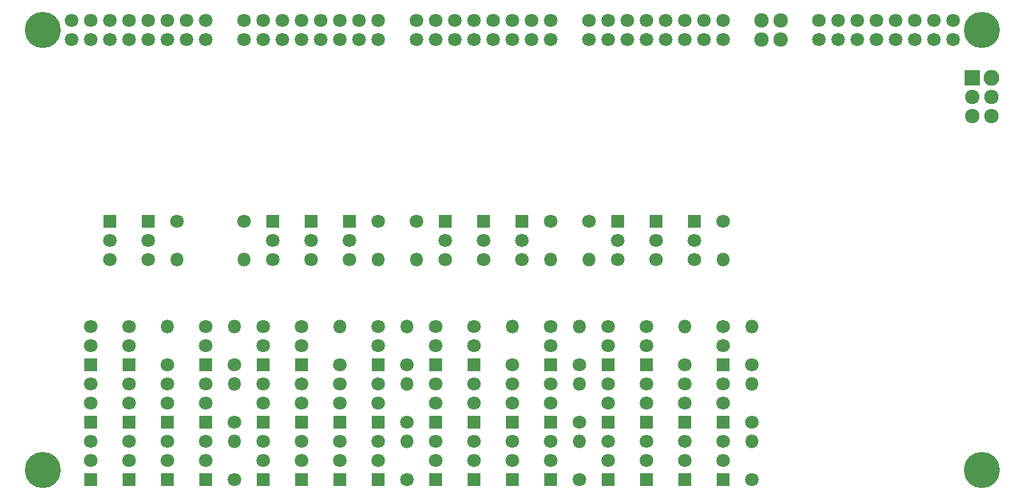
<source format=gbs>
G04 #@! TF.GenerationSoftware,KiCad,Pcbnew,(5.0.0-rc2-200-g1f6f76beb)*
G04 #@! TF.CreationDate,2018-07-18T18:35:48+02:00*
G04 #@! TF.ProjectId,bus-selector,6275732D73656C6563746F722E6B6963,rev?*
G04 #@! TF.SameCoordinates,Original*
G04 #@! TF.FileFunction,Soldermask,Bot*
G04 #@! TF.FilePolarity,Negative*
%FSLAX46Y46*%
G04 Gerber Fmt 4.6, Leading zero omitted, Abs format (unit mm)*
G04 Created by KiCad (PCBNEW (5.0.0-rc2-200-g1f6f76beb)) date Wed Jul 18 18:35:48 2018*
%MOMM*%
%LPD*%
G01*
G04 APERTURE LIST*
%ADD10C,1.800000*%
%ADD11R,1.800000X1.800000*%
%ADD12C,1.924000*%
%ADD13O,1.800000X1.800000*%
%ADD14R,2.100000X2.100000*%
%ADD15O,2.100000X2.100000*%
%ADD16C,4.800000*%
G04 APERTURE END LIST*
D10*
G04 #@! TO.C,Q36*
X33020000Y-68580000D03*
X33020000Y-66040000D03*
D11*
X33020000Y-71120000D03*
G04 #@! TD*
G04 #@! TO.C,Q53*
X73660000Y-78740000D03*
D10*
X73660000Y-73660000D03*
X73660000Y-76200000D03*
G04 #@! TD*
D11*
G04 #@! TO.C,Q5*
X57150000Y-44450000D03*
D10*
X57150000Y-49530000D03*
X57150000Y-46990000D03*
G04 #@! TD*
G04 #@! TO.C,Q12*
X97790000Y-46990000D03*
X97790000Y-49530000D03*
D11*
X97790000Y-44450000D03*
G04 #@! TD*
D12*
G04 #@! TO.C,J7*
X147320000Y-27940000D03*
X147320000Y-30480000D03*
X144780000Y-30480000D03*
X144780000Y-27940000D03*
G04 #@! TD*
D10*
G04 #@! TO.C,J1*
X25400000Y-20320000D03*
X27940000Y-20320000D03*
X30480000Y-20320000D03*
X33020000Y-20320000D03*
X35560000Y-20320000D03*
X38100000Y-20320000D03*
X40640000Y-20320000D03*
X43180000Y-20320000D03*
X43180000Y-17780000D03*
X40640000Y-17780000D03*
X38100000Y-17780000D03*
X35560000Y-17780000D03*
X33020000Y-17780000D03*
X30480000Y-17780000D03*
X27940000Y-17780000D03*
X25400000Y-17780000D03*
G04 #@! TD*
G04 #@! TO.C,J2*
X48260000Y-20320000D03*
X50800000Y-20320000D03*
X53340000Y-20320000D03*
X55880000Y-20320000D03*
X58420000Y-20320000D03*
X60960000Y-20320000D03*
X63500000Y-20320000D03*
X66040000Y-20320000D03*
X66040000Y-17780000D03*
X63500000Y-17780000D03*
X60960000Y-17780000D03*
X58420000Y-17780000D03*
X55880000Y-17780000D03*
X53340000Y-17780000D03*
X50800000Y-17780000D03*
X48260000Y-17780000D03*
G04 #@! TD*
G04 #@! TO.C,J3*
X71120000Y-20320000D03*
X73660000Y-20320000D03*
X76200000Y-20320000D03*
X78740000Y-20320000D03*
X81280000Y-20320000D03*
X83820000Y-20320000D03*
X86360000Y-20320000D03*
X88900000Y-20320000D03*
X88900000Y-17780000D03*
X86360000Y-17780000D03*
X83820000Y-17780000D03*
X81280000Y-17780000D03*
X78740000Y-17780000D03*
X76200000Y-17780000D03*
X73660000Y-17780000D03*
X71120000Y-17780000D03*
G04 #@! TD*
G04 #@! TO.C,J4*
X93980000Y-20320000D03*
X96520000Y-20320000D03*
X99060000Y-20320000D03*
X101600000Y-20320000D03*
X104140000Y-20320000D03*
X106680000Y-20320000D03*
X109220000Y-20320000D03*
X111760000Y-20320000D03*
X111760000Y-17780000D03*
X109220000Y-17780000D03*
X106680000Y-17780000D03*
X104140000Y-17780000D03*
X101600000Y-17780000D03*
X99060000Y-17780000D03*
X96520000Y-17780000D03*
X93980000Y-17780000D03*
G04 #@! TD*
G04 #@! TO.C,J6*
X124460000Y-20320000D03*
X127000000Y-20320000D03*
X129540000Y-20320000D03*
X132080000Y-20320000D03*
X134620000Y-20320000D03*
X137160000Y-20320000D03*
X139700000Y-20320000D03*
X142240000Y-20320000D03*
X142240000Y-17780000D03*
X139700000Y-17780000D03*
X137160000Y-17780000D03*
X134620000Y-17780000D03*
X132080000Y-17780000D03*
X129540000Y-17780000D03*
X127000000Y-17780000D03*
X124460000Y-17780000D03*
G04 #@! TD*
D12*
G04 #@! TO.C,J5*
X116840000Y-20320000D03*
X119380000Y-20320000D03*
X119380000Y-17780000D03*
X116840000Y-17780000D03*
G04 #@! TD*
D13*
G04 #@! TO.C,R1*
X39370000Y-49530000D03*
D10*
X39370000Y-44450000D03*
G04 #@! TD*
D13*
G04 #@! TO.C,R2*
X48260000Y-49530000D03*
D10*
X48260000Y-44450000D03*
G04 #@! TD*
D13*
G04 #@! TO.C,R3*
X66040000Y-49530000D03*
D10*
X66040000Y-44450000D03*
G04 #@! TD*
D13*
G04 #@! TO.C,R4*
X71120000Y-49530000D03*
D10*
X71120000Y-44450000D03*
G04 #@! TD*
D13*
G04 #@! TO.C,R5*
X88900000Y-49530000D03*
D10*
X88900000Y-44450000D03*
G04 #@! TD*
D13*
G04 #@! TO.C,R6*
X93980000Y-49530000D03*
D10*
X93980000Y-44450000D03*
G04 #@! TD*
D13*
G04 #@! TO.C,R7*
X111760000Y-49530000D03*
D10*
X111760000Y-44450000D03*
G04 #@! TD*
D13*
G04 #@! TO.C,R8*
X115570000Y-66040000D03*
D10*
X115570000Y-71120000D03*
G04 #@! TD*
D13*
G04 #@! TO.C,R9*
X115570000Y-58420000D03*
D10*
X115570000Y-63500000D03*
G04 #@! TD*
D13*
G04 #@! TO.C,R10*
X115570000Y-73660000D03*
D10*
X115570000Y-78740000D03*
G04 #@! TD*
D13*
G04 #@! TO.C,R11*
X106680000Y-58420000D03*
D10*
X106680000Y-63500000D03*
G04 #@! TD*
D13*
G04 #@! TO.C,R12*
X92710000Y-66040000D03*
D10*
X92710000Y-71120000D03*
G04 #@! TD*
D13*
G04 #@! TO.C,R13*
X92710000Y-58420000D03*
D10*
X92710000Y-63500000D03*
G04 #@! TD*
D13*
G04 #@! TO.C,R14*
X92710000Y-73660000D03*
D10*
X92710000Y-78740000D03*
G04 #@! TD*
D13*
G04 #@! TO.C,R16*
X69850000Y-66040000D03*
D10*
X69850000Y-71120000D03*
G04 #@! TD*
D13*
G04 #@! TO.C,R17*
X69850000Y-58420000D03*
D10*
X69850000Y-63500000D03*
G04 #@! TD*
D13*
G04 #@! TO.C,R18*
X69850000Y-73660000D03*
D10*
X69850000Y-78740000D03*
G04 #@! TD*
D13*
G04 #@! TO.C,R19*
X60960000Y-58420000D03*
D10*
X60960000Y-63500000D03*
G04 #@! TD*
D13*
G04 #@! TO.C,R20*
X46990000Y-66040000D03*
D10*
X46990000Y-71120000D03*
G04 #@! TD*
D13*
G04 #@! TO.C,R21*
X46990000Y-58420000D03*
D10*
X46990000Y-63500000D03*
G04 #@! TD*
D13*
G04 #@! TO.C,R22*
X46990000Y-73660000D03*
D10*
X46990000Y-78740000D03*
G04 #@! TD*
D13*
G04 #@! TO.C,R15*
X83820000Y-58420000D03*
D10*
X83820000Y-63500000D03*
G04 #@! TD*
D13*
G04 #@! TO.C,R23*
X38100000Y-58420000D03*
D10*
X38100000Y-63500000D03*
G04 #@! TD*
G04 #@! TO.C,Q1*
X30480000Y-46990000D03*
X30480000Y-49530000D03*
D11*
X30480000Y-44450000D03*
G04 #@! TD*
G04 #@! TO.C,Q2*
X35560000Y-44450000D03*
D10*
X35560000Y-49530000D03*
X35560000Y-46990000D03*
G04 #@! TD*
D11*
G04 #@! TO.C,Q3*
X27940000Y-63500000D03*
D10*
X27940000Y-58420000D03*
X27940000Y-60960000D03*
G04 #@! TD*
G04 #@! TO.C,Q4*
X52070000Y-46990000D03*
X52070000Y-49530000D03*
D11*
X52070000Y-44450000D03*
G04 #@! TD*
G04 #@! TO.C,Q6*
X62230000Y-44450000D03*
D10*
X62230000Y-49530000D03*
X62230000Y-46990000D03*
G04 #@! TD*
D11*
G04 #@! TO.C,Q7*
X50800000Y-63500000D03*
D10*
X50800000Y-58420000D03*
X50800000Y-60960000D03*
G04 #@! TD*
G04 #@! TO.C,Q8*
X74930000Y-46990000D03*
X74930000Y-49530000D03*
D11*
X74930000Y-44450000D03*
G04 #@! TD*
G04 #@! TO.C,Q9*
X80010000Y-44450000D03*
D10*
X80010000Y-49530000D03*
X80010000Y-46990000D03*
G04 #@! TD*
D11*
G04 #@! TO.C,Q10*
X85090000Y-44450000D03*
D10*
X85090000Y-49530000D03*
X85090000Y-46990000D03*
G04 #@! TD*
G04 #@! TO.C,Q11*
X73660000Y-60960000D03*
X73660000Y-58420000D03*
D11*
X73660000Y-63500000D03*
G04 #@! TD*
G04 #@! TO.C,Q13*
X102870000Y-44450000D03*
D10*
X102870000Y-49530000D03*
X102870000Y-46990000D03*
G04 #@! TD*
G04 #@! TO.C,Q14*
X107950000Y-46990000D03*
X107950000Y-49530000D03*
D11*
X107950000Y-44450000D03*
G04 #@! TD*
D10*
G04 #@! TO.C,Q15*
X96520000Y-60960000D03*
X96520000Y-58420000D03*
D11*
X96520000Y-63500000D03*
G04 #@! TD*
G04 #@! TO.C,Q16*
X43180000Y-71120000D03*
D10*
X43180000Y-66040000D03*
X43180000Y-68580000D03*
G04 #@! TD*
G04 #@! TO.C,Q17*
X66040000Y-68580000D03*
X66040000Y-66040000D03*
D11*
X66040000Y-71120000D03*
G04 #@! TD*
G04 #@! TO.C,Q18*
X88900000Y-71120000D03*
D10*
X88900000Y-66040000D03*
X88900000Y-68580000D03*
G04 #@! TD*
G04 #@! TO.C,Q19*
X111760000Y-68580000D03*
X111760000Y-66040000D03*
D11*
X111760000Y-71120000D03*
G04 #@! TD*
G04 #@! TO.C,Q20*
X111760000Y-63500000D03*
D10*
X111760000Y-58420000D03*
X111760000Y-60960000D03*
G04 #@! TD*
G04 #@! TO.C,Q21*
X43180000Y-76200000D03*
X43180000Y-73660000D03*
D11*
X43180000Y-78740000D03*
G04 #@! TD*
G04 #@! TO.C,Q22*
X66040000Y-78740000D03*
D10*
X66040000Y-73660000D03*
X66040000Y-76200000D03*
G04 #@! TD*
G04 #@! TO.C,Q23*
X88900000Y-76200000D03*
X88900000Y-73660000D03*
D11*
X88900000Y-78740000D03*
G04 #@! TD*
G04 #@! TO.C,Q24*
X111760000Y-78740000D03*
D10*
X111760000Y-73660000D03*
X111760000Y-76200000D03*
G04 #@! TD*
G04 #@! TO.C,Q25*
X101600000Y-60960000D03*
X101600000Y-58420000D03*
D11*
X101600000Y-63500000D03*
G04 #@! TD*
D10*
G04 #@! TO.C,Q26*
X38100000Y-68580000D03*
X38100000Y-66040000D03*
D11*
X38100000Y-71120000D03*
G04 #@! TD*
G04 #@! TO.C,Q27*
X60960000Y-71120000D03*
D10*
X60960000Y-66040000D03*
X60960000Y-68580000D03*
G04 #@! TD*
G04 #@! TO.C,Q28*
X83820000Y-68580000D03*
X83820000Y-66040000D03*
D11*
X83820000Y-71120000D03*
G04 #@! TD*
G04 #@! TO.C,Q29*
X106680000Y-71120000D03*
D10*
X106680000Y-66040000D03*
X106680000Y-68580000D03*
G04 #@! TD*
D11*
G04 #@! TO.C,Q30*
X88900000Y-63500000D03*
D10*
X88900000Y-58420000D03*
X88900000Y-60960000D03*
G04 #@! TD*
G04 #@! TO.C,Q31*
X38100000Y-76200000D03*
X38100000Y-73660000D03*
D11*
X38100000Y-78740000D03*
G04 #@! TD*
D10*
G04 #@! TO.C,Q32*
X60960000Y-76200000D03*
X60960000Y-73660000D03*
D11*
X60960000Y-78740000D03*
G04 #@! TD*
G04 #@! TO.C,Q33*
X83820000Y-78740000D03*
D10*
X83820000Y-73660000D03*
X83820000Y-76200000D03*
G04 #@! TD*
G04 #@! TO.C,Q34*
X106680000Y-76200000D03*
X106680000Y-73660000D03*
D11*
X106680000Y-78740000D03*
G04 #@! TD*
G04 #@! TO.C,Q35*
X78740000Y-63500000D03*
D10*
X78740000Y-58420000D03*
X78740000Y-60960000D03*
G04 #@! TD*
D11*
G04 #@! TO.C,Q37*
X55880000Y-71120000D03*
D10*
X55880000Y-66040000D03*
X55880000Y-68580000D03*
G04 #@! TD*
D11*
G04 #@! TO.C,Q38*
X78740000Y-71120000D03*
D10*
X78740000Y-66040000D03*
X78740000Y-68580000D03*
G04 #@! TD*
G04 #@! TO.C,Q39*
X101600000Y-68580000D03*
X101600000Y-66040000D03*
D11*
X101600000Y-71120000D03*
G04 #@! TD*
G04 #@! TO.C,Q40*
X66040000Y-63500000D03*
D10*
X66040000Y-58420000D03*
X66040000Y-60960000D03*
G04 #@! TD*
D11*
G04 #@! TO.C,Q41*
X33020000Y-78740000D03*
D10*
X33020000Y-73660000D03*
X33020000Y-76200000D03*
G04 #@! TD*
G04 #@! TO.C,Q42*
X55880000Y-76200000D03*
X55880000Y-73660000D03*
D11*
X55880000Y-78740000D03*
G04 #@! TD*
G04 #@! TO.C,Q43*
X78740000Y-78740000D03*
D10*
X78740000Y-73660000D03*
X78740000Y-76200000D03*
G04 #@! TD*
G04 #@! TO.C,Q44*
X101600000Y-76200000D03*
X101600000Y-73660000D03*
D11*
X101600000Y-78740000D03*
G04 #@! TD*
G04 #@! TO.C,Q45*
X55880000Y-63500000D03*
D10*
X55880000Y-58420000D03*
X55880000Y-60960000D03*
G04 #@! TD*
G04 #@! TO.C,Q46*
X27940000Y-68580000D03*
X27940000Y-66040000D03*
D11*
X27940000Y-71120000D03*
G04 #@! TD*
D10*
G04 #@! TO.C,Q47*
X50800000Y-68580000D03*
X50800000Y-66040000D03*
D11*
X50800000Y-71120000D03*
G04 #@! TD*
G04 #@! TO.C,Q48*
X73660000Y-71120000D03*
D10*
X73660000Y-66040000D03*
X73660000Y-68580000D03*
G04 #@! TD*
G04 #@! TO.C,Q49*
X96520000Y-68580000D03*
X96520000Y-66040000D03*
D11*
X96520000Y-71120000D03*
G04 #@! TD*
D10*
G04 #@! TO.C,Q50*
X43180000Y-60960000D03*
X43180000Y-58420000D03*
D11*
X43180000Y-63500000D03*
G04 #@! TD*
G04 #@! TO.C,Q51*
X27940000Y-78740000D03*
D10*
X27940000Y-73660000D03*
X27940000Y-76200000D03*
G04 #@! TD*
G04 #@! TO.C,Q52*
X50800000Y-76200000D03*
X50800000Y-73660000D03*
D11*
X50800000Y-78740000D03*
G04 #@! TD*
G04 #@! TO.C,Q54*
X96520000Y-78740000D03*
D10*
X96520000Y-73660000D03*
X96520000Y-76200000D03*
G04 #@! TD*
D11*
G04 #@! TO.C,Q55*
X33020000Y-63500000D03*
D10*
X33020000Y-58420000D03*
X33020000Y-60960000D03*
G04 #@! TD*
D14*
G04 #@! TO.C,JP1*
X144780000Y-25400000D03*
D15*
X147320000Y-25400000D03*
G04 #@! TD*
D16*
G04 #@! TO.C,REF\002A\002A*
X146050000Y-19050000D03*
G04 #@! TD*
G04 #@! TO.C,REF\002A\002A*
X21590000Y-19050000D03*
G04 #@! TD*
G04 #@! TO.C,REF\002A\002A*
X146050000Y-77470000D03*
G04 #@! TD*
G04 #@! TO.C,REF\002A\002A*
X21590000Y-77470000D03*
G04 #@! TD*
M02*

</source>
